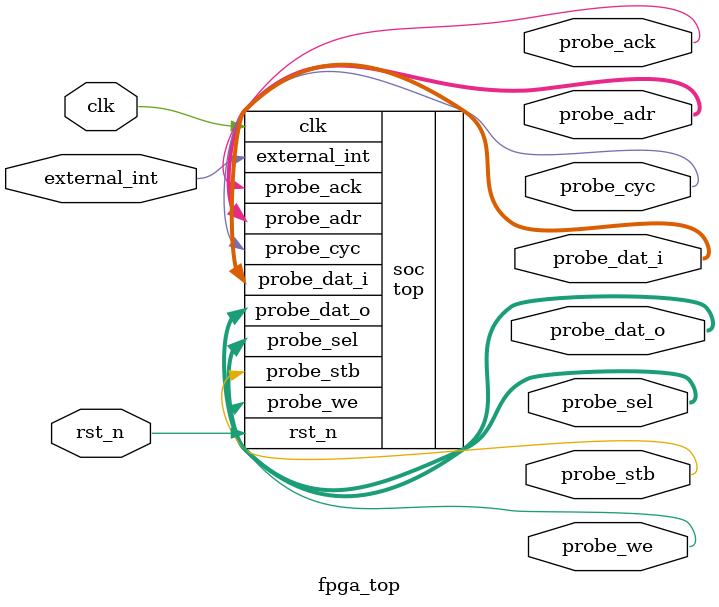
<source format=sv>
`timescale 1ns / 1ps


module fpga_top
    (
        input clk,
        input rst_n,

        input logic external_int,

        // scope data memory bus
        output logic        probe_cyc,
        output logic        probe_stb,
        output logic        probe_we,
        output logic [3:0]  probe_sel,
        output logic [31:0] probe_adr,
        output logic [31:0] probe_dat_i,
        output logic [31:0] probe_dat_o,
        output logic        probe_ack
    );

    top soc (
        .clk,
        .rst_n,

        .external_int,

        .probe_cyc,
        .probe_stb,
        .probe_we,
        .probe_sel,
        .probe_adr,
        .probe_dat_i,
        .probe_dat_o,
        .probe_ack
    );

endmodule

</source>
